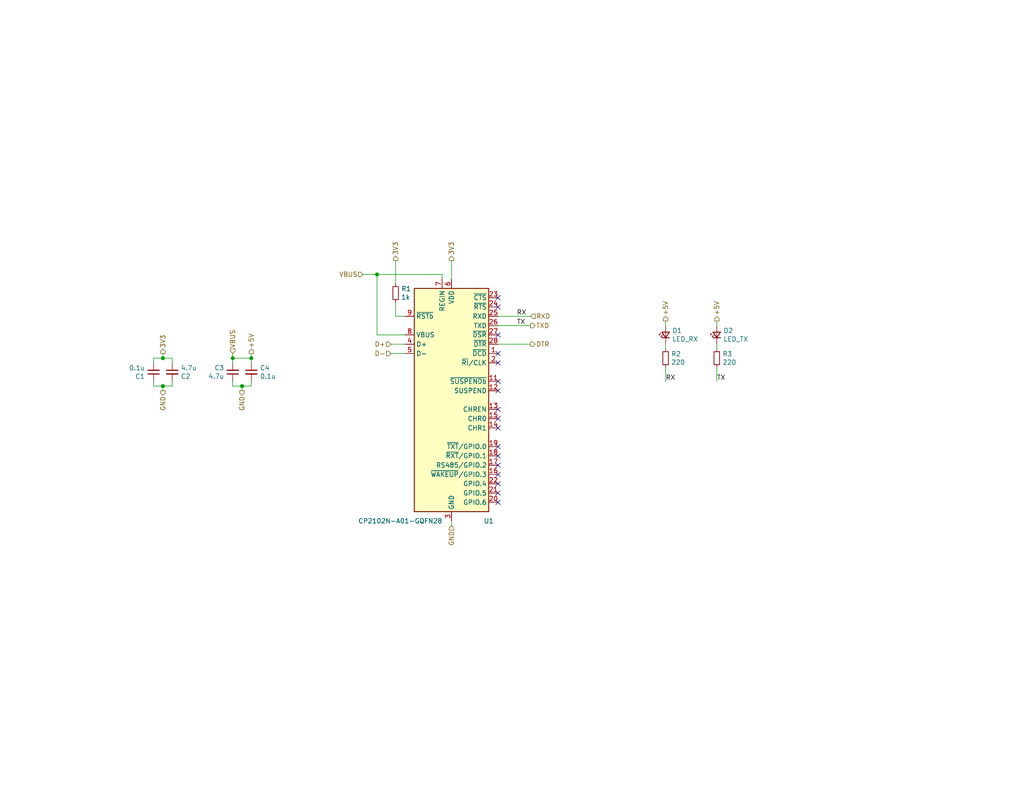
<source format=kicad_sch>
(kicad_sch (version 20211123) (generator eeschema)
  (paper "USLetter")
  (title_block (title "CP2102N") (rev "1.0") (company "Cristóbal Cuevas Lagos") (comment 1 "Cristóbal Cuevas Lagos"))
  (lib_symbols
    (symbol "Device:C_Small" (pin_numbers hide) (pin_names (offset 0.254) hide)
      (property "Reference" "C" (at 0.254 1.778 0))
      (property "Value" "C_Small" (at 0.254 -2.032 0))
      (symbol "C_Small_0_1"
        (polyline (pts (xy -1.524 -0.508) (xy 1.524 -0.508)) (stroke (width 0.3302)))
        (polyline (pts (xy -1.524 0.508) (xy 1.524 0.508)) (stroke (width 0.3048)))
      )
      (symbol "C_Small_1_1"
        (pin passive line (at 0 2.54 270) (length 2.032) (name "~") (number "1"))
        (pin passive line (at 0 -2.54 90) (length 2.032) (name "~") (number "2"))
      )
    )
    (symbol "Device:LED_Small" (pin_numbers hide) (pin_names (offset 0.254) hide)
      (property "Reference" "D" (at -1.27 3.175 0))
      (property "Value" "LED_Small" (at -4.445 -2.54 0))
      (symbol "LED_Small_0_1"
        (polyline (pts (xy -0.762 -1.016) (xy -0.762 1.016)) (stroke (width 0.254)))
        (polyline (pts (xy 1.016 0) (xy -0.762 0)))
        (polyline (pts (xy 0.762 -1.016) (xy -0.762 0) (xy 0.762 1.016) (xy 0.762 -1.016)) (stroke (width 0.254)))
        (polyline (pts (xy 0 0.762) (xy -0.508 1.27) (xy -0.254 1.27) (xy -0.508 1.27) (xy -0.508 1.016)))
        (polyline (pts (xy 0.508 1.27) (xy 0 1.778) (xy 0.254 1.778) (xy 0 1.778) (xy 0 1.524)))
      )
      (symbol "LED_Small_1_1"
        (pin passive line (at -2.54 0 0) (length 1.778) (name "K") (number "1"))
        (pin passive line (at 2.54 0 180) (length 1.778) (name "A") (number "2"))
      )
    )
    (symbol "Device:R_Small" (pin_numbers hide) (pin_names (offset 0.254) hide)
      (property "Reference" "R" (at 0.762 0.508 0))
      (property "Value" "R_Small" (at 0.762 -1.016 0))
      (symbol "R_Small_0_1"
        (rectangle (start -0.762 1.778) (end 0.762 -1.778) (stroke (width 0.2032)))
      )
      (symbol "R_Small_1_1"
        (pin passive line (at 0 2.54 270) (length 0.762) (name "~") (number "1"))
        (pin passive line (at 0 -2.54 90) (length 0.762) (name "~") (number "2"))
      )
    )
    (symbol "Interface_USB:CP2102N-A01-GQFN28"
      (property "Reference" "U" (at -7.62 31.75 0))
      (property "Value" "Interface_USB_CP2102N-A01-GQFN28" (at 26.67 31.75 0))
      (symbol "CP2102N-A01-GQFN28_0_1"
        (rectangle (start -10.16 30.48) (end 10.16 -30.48) (stroke (width 0.254)) (fill (type background)))
      )
      (symbol "CP2102N-A01-GQFN28_1_1"
        (pin input line (at 12.7 12.7 180) (length 2.54) (name "~{DCD}") (number "1"))
        (pin no_connect line (at -10.16 -10.16 0) (length 2.54) hide (name "NC") (number "10"))
        (pin output line (at 12.7 5.08 180) (length 2.54) (name "~{SUSPENDb}") (number "11"))
        (pin output line (at 12.7 2.54 180) (length 2.54) (name "SUSPEND") (number "12"))
        (pin output line (at 12.7 -2.54 180) (length 2.54) (name "CHREN") (number "13"))
        (pin output line (at 12.7 -7.62 180) (length 2.54) (name "CHR1") (number "14"))
        (pin output line (at 12.7 -5.08 180) (length 2.54) (name "CHR0") (number "15"))
        (pin bidirectional line (at 12.7 -20.32 180) (length 2.54) (name "~{WAKEUP}/GPIO.3") (number "16"))
        (pin bidirectional line (at 12.7 -17.78 180) (length 2.54) (name "RS485/GPIO.2") (number "17"))
        (pin bidirectional line (at 12.7 -15.24 180) (length 2.54) (name "~{RXT}/GPIO.1") (number "18"))
        (pin bidirectional line (at 12.7 -12.7 180) (length 2.54) (name "~{TXT}/GPIO.0") (number "19"))
        (pin bidirectional line (at 12.7 10.16 180) (length 2.54) (name "~{RI}/CLK") (number "2"))
        (pin bidirectional line (at 12.7 -27.94 180) (length 2.54) (name "GPIO.6") (number "20"))
        (pin bidirectional line (at 12.7 -25.4 180) (length 2.54) (name "GPIO.5") (number "21"))
        (pin bidirectional line (at 12.7 -22.86 180) (length 2.54) (name "GPIO.4") (number "22"))
        (pin input line (at 12.7 27.94 180) (length 2.54) (name "~{CTS}") (number "23"))
        (pin output line (at 12.7 25.4 180) (length 2.54) (name "~{RTS}") (number "24"))
        (pin input line (at 12.7 22.86 180) (length 2.54) (name "RXD") (number "25"))
        (pin output line (at 12.7 20.32 180) (length 2.54) (name "TXD") (number "26"))
        (pin input line (at 12.7 17.78 180) (length 2.54) (name "~{DSR}") (number "27"))
        (pin output line (at 12.7 15.24 180) (length 2.54) (name "~{DTR}") (number "28"))
        (pin passive line (at 0 -33.02 90) (length 2.54) hide (name "GND") (number "29"))
        (pin power_in line (at 0 -33.02 90) (length 2.54) (name "GND") (number "3"))
        (pin bidirectional line (at -12.7 15.24 0) (length 2.54) (name "D+") (number "4"))
        (pin bidirectional line (at -12.7 12.7 0) (length 2.54) (name "D-") (number "5"))
        (pin passive line (at 0 33.02 270) (length 2.54) (name "VDD") (number "6"))
        (pin power_in line (at -2.54 33.02 270) (length 2.54) (name "REGIN") (number "7"))
        (pin input line (at -12.7 17.78 0) (length 2.54) (name "VBUS") (number "8"))
        (pin input line (at -12.7 22.86 0) (length 2.54) (name "~{RSTb}") (number "9"))
      )
    )
  )
  (junction (at 44.45 97.79))
  (junction (at 102.87 74.93))
  (junction (at 63.5 97.79))
  (junction (at 44.45 105.41))
  (junction (at 68.58 97.79))
  (junction (at 66.04 105.41))
  (no_connect (at 135.89 91.44))
  (no_connect (at 135.89 81.28))
  (no_connect (at 135.89 116.84))
  (no_connect (at 135.89 111.76))
  (no_connect (at 135.89 137.16))
  (no_connect (at 135.89 124.46))
  (no_connect (at 135.89 121.92))
  (no_connect (at 135.89 127))
  (no_connect (at 135.89 99.06))
  (no_connect (at 135.89 104.14))
  (no_connect (at 135.89 132.08))
  (no_connect (at 135.89 129.54))
  (no_connect (at 135.89 114.3))
  (no_connect (at 135.89 134.62))
  (no_connect (at 135.89 96.52))
  (no_connect (at 135.89 83.82))
  (no_connect (at 135.89 106.68))
  (wire (pts (xy 41.91 97.79) (xy 44.45 97.79)))
  (wire (pts (xy 68.58 105.41) (xy 68.58 104.14)))
  (wire (pts (xy 107.95 86.36) (xy 107.95 82.55)))
  (wire (pts (xy 44.45 97.79) (xy 46.99 97.79)))
  (wire (pts (xy 46.99 97.79) (xy 46.99 99.06)))
  (wire (pts (xy 68.58 96.52) (xy 68.58 97.79)))
  (wire (pts (xy 135.89 86.36) (xy 144.78 86.36)))
  (wire (pts (xy 41.91 105.41) (xy 41.91 104.14)))
  (wire (pts (xy 123.19 71.12) (xy 123.19 76.2)))
  (wire (pts (xy 123.19 142.24) (xy 123.19 143.51)))
  (wire (pts (xy 135.89 93.98) (xy 144.78 93.98)))
  (wire (pts (xy 44.45 106.68) (xy 44.45 105.41)))
  (wire (pts (xy 63.5 96.52) (xy 63.5 97.79)))
  (wire (pts (xy 120.65 74.93) (xy 120.65 76.2)))
  (wire (pts (xy 195.58 87.63) (xy 195.58 88.9)))
  (wire (pts (xy 63.5 104.14) (xy 63.5 105.41)))
  (wire (pts (xy 106.68 96.52) (xy 110.49 96.52)))
  (wire (pts (xy 102.87 91.44) (xy 102.87 74.93)))
  (wire (pts (xy 63.5 97.79) (xy 68.58 97.79)))
  (wire (pts (xy 181.61 104.14) (xy 181.61 100.33)))
  (wire (pts (xy 107.95 71.12) (xy 107.95 77.47)))
  (wire (pts (xy 68.58 97.79) (xy 68.58 99.06)))
  (wire (pts (xy 44.45 105.41) (xy 41.91 105.41)))
  (wire (pts (xy 66.04 106.68) (xy 66.04 105.41)))
  (wire (pts (xy 63.5 99.06) (xy 63.5 97.79)))
  (wire (pts (xy 195.58 100.33) (xy 195.58 104.14)))
  (wire (pts (xy 135.89 88.9) (xy 144.78 88.9)))
  (wire (pts (xy 63.5 105.41) (xy 66.04 105.41)))
  (wire (pts (xy 46.99 104.14) (xy 46.99 105.41)))
  (wire (pts (xy 110.49 91.44) (xy 102.87 91.44)))
  (wire (pts (xy 195.58 93.98) (xy 195.58 95.25)))
  (wire (pts (xy 181.61 87.63) (xy 181.61 88.9)))
  (wire (pts (xy 99.06 74.93) (xy 102.87 74.93)))
  (wire (pts (xy 46.99 105.41) (xy 44.45 105.41)))
  (wire (pts (xy 102.87 74.93) (xy 120.65 74.93)))
  (wire (pts (xy 106.68 93.98) (xy 110.49 93.98)))
  (wire (pts (xy 181.61 93.98) (xy 181.61 95.25)))
  (wire (pts (xy 110.49 86.36) (xy 107.95 86.36)))
  (wire (pts (xy 41.91 99.06) (xy 41.91 97.79)))
  (wire (pts (xy 66.04 105.41) (xy 68.58 105.41)))
  (wire (pts (xy 44.45 96.52) (xy 44.45 97.79)))
  (label "RX" (at 140.97 86.36 0))
  (label "TX" (at 195.58 104.14 0))
  (label "RX" (at 181.61 104.14 0))
  (label "TX" (at 140.97 88.9 0))
  (hierarchical_label "+5V" (shape output) (at 68.58 96.52 90))
  (hierarchical_label "VBUS" (shape input) (at 63.5 96.52 90))
  (hierarchical_label "3V3" (shape output) (at 107.95 71.12 90))
  (hierarchical_label "3V3" (shape output) (at 123.19 71.12 90))
  (hierarchical_label "RXD" (shape input) (at 144.78 86.36 0))
  (hierarchical_label "+5V" (shape output) (at 195.58 87.63 90))
  (hierarchical_label "+5V" (shape output) (at 181.61 87.63 90))
  (hierarchical_label "D+" (shape input) (at 106.68 93.98 180))
  (hierarchical_label "VBUS" (shape input) (at 99.06 74.93 180))
  (hierarchical_label "GND" (shape output) (at 44.45 106.68 270))
  (hierarchical_label "TXD" (shape output) (at 144.78 88.9 0))
  (hierarchical_label "DTR" (shape output) (at 144.78 93.98 0))
  (hierarchical_label "3V3" (shape output) (at 44.45 96.52 90))
  (hierarchical_label "D-" (shape input) (at 106.68 96.52 180))
  (hierarchical_label "GND" (shape output) (at 66.04 106.68 270))
  (hierarchical_label "GND" (shape input) (at 123.19 143.51 270))
  (symbol (lib_id "Interface_USB:CP2102N-A01-GQFN28") (at 123.19 109.22 0) (unit 1)
    (property "Reference" "U1" (at 133.35 142.24 0))
    (property "Value" "CP2102N-A01-GQFN28" (at 109.22 142.24 0))
    (property "Footprint" "Package_DFN_QFN:QFN-28-1EP_5x5mm_P0.5mm_EP3.35x3.35mm" (effects hide))
    (property "Datasheet" "https://www.silabs.com/documents/public/data-sheets/cp2102n-datasheet.pdf" (effects hide))
  )
  (symbol (lib_id "Device:C_Small") (at 41.91 101.6 180) (unit 1)
    (property "Reference" "C1" (at 39.5732 102.7684 0) (effects (justify left)))
    (property "Value" "0.1u" (at 39.5732 100.457 0) (effects (justify left)))
    (property "Footprint" "Capacitor_SMD:C_1206_3216Metric" (effects hide))
  )
  (symbol (lib_id "Device:R_Small") (at 181.61 97.79 0) (unit 1)
    (property "Reference" "R2" (at 183.1086 96.6216 0) (effects (justify left)))
    (property "Value" "220" (at 183.1086 98.933 0) (effects (justify left)))
    (property "Footprint" "Resistor_SMD:R_1206_3216Metric" (effects hide))
  )
  (symbol (lib_id "Device:R_Small") (at 195.58 97.79 0) (unit 1)
    (property "Reference" "R3" (at 197.0786 96.6216 0) (effects (justify left)))
    (property "Value" "220" (at 197.0786 98.933 0) (effects (justify left)))
    (property "Footprint" "Resistor_SMD:R_1206_3216Metric" (effects hide))
  )
  (symbol (lib_id "Device:LED_Small") (at 181.61 91.44 90) (unit 1)
    (property "Reference" "D1" (at 183.388 90.2716 90) (effects (justify right)))
    (property "Value" "LED_RX" (at 183.388 92.583 90) (effects (justify right)))
    (property "Footprint" "LED_SMD:LED_1206_3216Metric" (effects hide))
  )
  (symbol (lib_id "Device:LED_Small") (at 195.58 91.44 90) (unit 1)
    (property "Reference" "D2" (at 197.358 90.2716 90) (effects (justify right)))
    (property "Value" "LED_TX" (at 197.358 92.583 90) (effects (justify right)))
    (property "Footprint" "LED_SMD:LED_1206_3216Metric" (effects hide))
  )
  (symbol (lib_id "Device:C_Small") (at 63.5 101.6 0) (mirror x) (unit 1)
    (property "Reference" "C3" (at 61.1886 100.4316 0) (effects (justify right)))
    (property "Value" "4.7u" (at 61.1886 102.743 0) (effects (justify right)))
    (property "Footprint" "Capacitor_SMD:C_1206_3216Metric" (effects hide))
  )
  (symbol (lib_id "Device:C_Small") (at 68.58 101.6 0) (unit 1)
    (property "Reference" "C4" (at 70.9168 100.4316 0) (effects (justify left)))
    (property "Value" "0.1u" (at 70.9168 102.743 0) (effects (justify left)))
    (property "Footprint" "Capacitor_SMD:C_1206_3216Metric" (effects hide))
  )
  (symbol (lib_id "Device:C_Small") (at 46.99 101.6 0) (mirror y) (unit 1)
    (property "Reference" "C2" (at 49.3014 102.7684 0) (effects (justify right)))
    (property "Value" "4.7u" (at 49.3014 100.457 0) (effects (justify right)))
    (property "Footprint" "Capacitor_SMD:C_1206_3216Metric" (effects hide))
  )
  (symbol (lib_id "Device:R_Small") (at 107.95 80.01 0) (unit 1)
    (property "Reference" "R1" (at 109.4486 78.8416 0) (effects (justify left)))
    (property "Value" "1k" (at 109.4486 81.153 0) (effects (justify left)))
    (property "Footprint" "Resistor_SMD:R_1206_3216Metric" (effects hide))
  )
)
</source>
